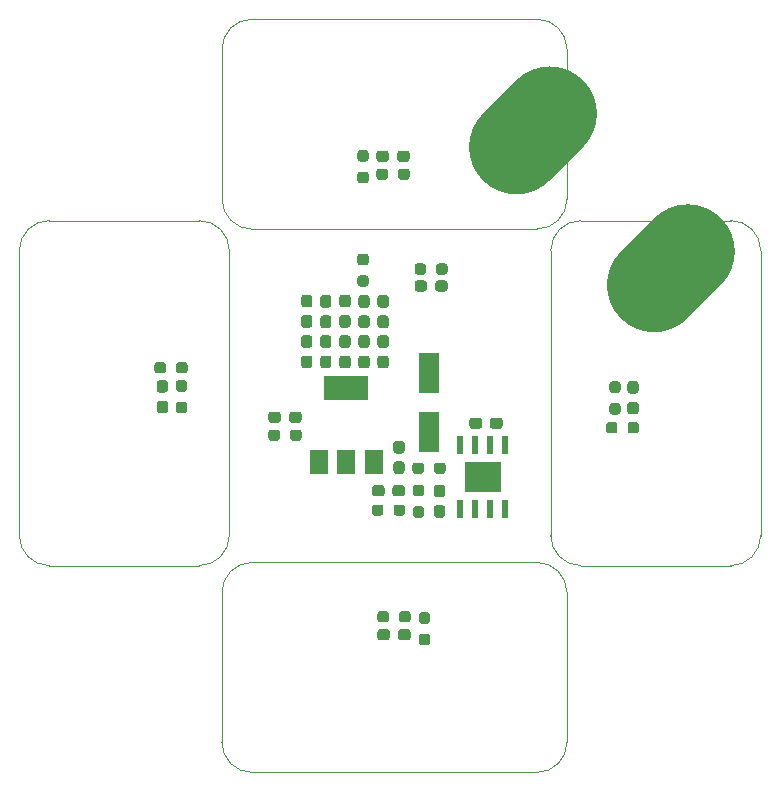
<source format=gbr>
%TF.GenerationSoftware,KiCad,Pcbnew,(5.1.8-0-10_14)*%
%TF.CreationDate,2021-02-18T22:33:31+08:00*%
%TF.ProjectId,batt_board,62617474-5f62-46f6-9172-642e6b696361,v0.2*%
%TF.SameCoordinates,Original*%
%TF.FileFunction,Paste,Top*%
%TF.FilePolarity,Positive*%
%FSLAX46Y46*%
G04 Gerber Fmt 4.6, Leading zero omitted, Abs format (unit mm)*
G04 Created by KiCad (PCBNEW (5.1.8-0-10_14)) date 2021-02-18 22:33:31*
%MOMM*%
%LPD*%
G01*
G04 APERTURE LIST*
%ADD10C,0.120000*%
%ADD11R,1.500000X2.000000*%
%ADD12R,3.800000X2.000000*%
%ADD13R,0.600000X1.550000*%
%ADD14R,3.100000X2.600000*%
%ADD15R,1.800000X3.500000*%
G04 APERTURE END LIST*
D10*
%TO.C,J2*%
X151887200Y-116940800D02*
G75*
G03*
X154427200Y-114400800I0J2540000D01*
G01*
X154427200Y-101700800D02*
G75*
G03*
X151887200Y-99160800I-2540000J0D01*
G01*
X127757200Y-99160800D02*
G75*
G03*
X125217200Y-101700800I0J-2540000D01*
G01*
X125217200Y-114400800D02*
G75*
G03*
X127757200Y-116940800I2540000J0D01*
G01*
X127757200Y-116940800D02*
X151887200Y-116940800D01*
X154427200Y-114400800D02*
X154427200Y-101700800D01*
X151887200Y-99160800D02*
X127757200Y-99160800D01*
X125217200Y-101700800D02*
X125217200Y-114400800D01*
%TO.C,J5*%
X108059200Y-96887200D02*
G75*
G03*
X110599200Y-99427200I2540000J0D01*
G01*
X123299200Y-99427200D02*
G75*
G03*
X125839200Y-96887200I0J2540000D01*
G01*
X125839200Y-72757200D02*
G75*
G03*
X123299200Y-70217200I-2540000J0D01*
G01*
X110599200Y-70217200D02*
G75*
G03*
X108059200Y-72757200I0J-2540000D01*
G01*
X108059200Y-72757200D02*
X108059200Y-96887200D01*
X110599200Y-99427200D02*
X123299200Y-99427200D01*
X125839200Y-96887200D02*
X125839200Y-72757200D01*
X123299200Y-70217200D02*
X110599200Y-70217200D01*
%TO.C,J4*%
X153059200Y-96887200D02*
G75*
G03*
X155599200Y-99427200I2540000J0D01*
G01*
X168299200Y-99427200D02*
G75*
G03*
X170839200Y-96887200I0J2540000D01*
G01*
X170839200Y-72757200D02*
G75*
G03*
X168299200Y-70217200I-2540000J0D01*
G01*
X155599200Y-70217200D02*
G75*
G03*
X153059200Y-72757200I0J-2540000D01*
G01*
X153059200Y-72757200D02*
X153059200Y-96887200D01*
X155599200Y-99427200D02*
X168299200Y-99427200D01*
X170839200Y-96887200D02*
X170839200Y-72757200D01*
X168299200Y-70217200D02*
X155599200Y-70217200D01*
%TO.C,J3*%
X151887200Y-70940800D02*
G75*
G03*
X154427200Y-68400800I0J2540000D01*
G01*
X154427200Y-55700800D02*
G75*
G03*
X151887200Y-53160800I-2540000J0D01*
G01*
X127757200Y-53160800D02*
G75*
G03*
X125217200Y-55700800I0J-2540000D01*
G01*
X125217200Y-68400800D02*
G75*
G03*
X127757200Y-70940800I2540000J0D01*
G01*
X127757200Y-70940800D02*
X151887200Y-70940800D01*
X154427200Y-68400800D02*
X154427200Y-55700800D01*
X151887200Y-53160800D02*
X127757200Y-53160800D01*
X125217200Y-55700800D02*
X125217200Y-68400800D01*
%TD*%
%TO.C,J_Batt*%
G36*
G01*
X158984723Y-72841309D02*
X161813151Y-70012881D01*
G75*
G02*
X167470005Y-70012881I2828427J-2828427D01*
G01*
X167470005Y-70012881D01*
G75*
G02*
X167470005Y-75669735I-2828427J-2828427D01*
G01*
X164641577Y-78498163D01*
G75*
G02*
X158984723Y-78498163I-2828427J2828427D01*
G01*
X158984723Y-78498163D01*
G75*
G02*
X158984723Y-72841309I2828427J2828427D01*
G01*
G37*
G36*
G01*
X147310390Y-61166976D02*
X150138818Y-58338548D01*
G75*
G02*
X155795672Y-58338548I2828427J-2828427D01*
G01*
X155795672Y-58338548D01*
G75*
G02*
X155795672Y-63995402I-2828427J-2828427D01*
G01*
X152967244Y-66823830D01*
G75*
G02*
X147310390Y-66823830I-2828427J2828427D01*
G01*
X147310390Y-66823830D01*
G75*
G02*
X147310390Y-61166976I2828427J2828427D01*
G01*
G37*
%TD*%
D11*
%TO.C,U2*%
X133463000Y-90653000D03*
X138063000Y-90653000D03*
X135763000Y-90653000D03*
D12*
X135763000Y-84353000D03*
%TD*%
D13*
%TO.C,U1*%
X145415000Y-89248000D03*
X146685000Y-89248000D03*
X147955000Y-89248000D03*
X149225000Y-89248000D03*
X149225000Y-94648000D03*
X147955000Y-94648000D03*
X146685000Y-94648000D03*
X145415000Y-94648000D03*
D14*
X147320000Y-91948000D03*
%TD*%
%TO.C,R13*%
G36*
G01*
X137397500Y-75822000D02*
X136922500Y-75822000D01*
G75*
G02*
X136685000Y-75584500I0J237500D01*
G01*
X136685000Y-75084500D01*
G75*
G02*
X136922500Y-74847000I237500J0D01*
G01*
X137397500Y-74847000D01*
G75*
G02*
X137635000Y-75084500I0J-237500D01*
G01*
X137635000Y-75584500D01*
G75*
G02*
X137397500Y-75822000I-237500J0D01*
G01*
G37*
G36*
G01*
X137397500Y-73997000D02*
X136922500Y-73997000D01*
G75*
G02*
X136685000Y-73759500I0J237500D01*
G01*
X136685000Y-73259500D01*
G75*
G02*
X136922500Y-73022000I237500J0D01*
G01*
X137397500Y-73022000D01*
G75*
G02*
X137635000Y-73259500I0J-237500D01*
G01*
X137635000Y-73759500D01*
G75*
G02*
X137397500Y-73997000I-237500J0D01*
G01*
G37*
%TD*%
%TO.C,R12*%
G36*
G01*
X121329000Y-82914500D02*
X121329000Y-82439500D01*
G75*
G02*
X121566500Y-82202000I237500J0D01*
G01*
X122066500Y-82202000D01*
G75*
G02*
X122304000Y-82439500I0J-237500D01*
G01*
X122304000Y-82914500D01*
G75*
G02*
X122066500Y-83152000I-237500J0D01*
G01*
X121566500Y-83152000D01*
G75*
G02*
X121329000Y-82914500I0J237500D01*
G01*
G37*
G36*
G01*
X119504000Y-82914500D02*
X119504000Y-82439500D01*
G75*
G02*
X119741500Y-82202000I237500J0D01*
G01*
X120241500Y-82202000D01*
G75*
G02*
X120479000Y-82439500I0J-237500D01*
G01*
X120479000Y-82914500D01*
G75*
G02*
X120241500Y-83152000I-237500J0D01*
G01*
X119741500Y-83152000D01*
G75*
G02*
X119504000Y-82914500I0J237500D01*
G01*
G37*
%TD*%
%TO.C,R11*%
G36*
G01*
X142604500Y-104350000D02*
X142129500Y-104350000D01*
G75*
G02*
X141892000Y-104112500I0J237500D01*
G01*
X141892000Y-103612500D01*
G75*
G02*
X142129500Y-103375000I237500J0D01*
G01*
X142604500Y-103375000D01*
G75*
G02*
X142842000Y-103612500I0J-237500D01*
G01*
X142842000Y-104112500D01*
G75*
G02*
X142604500Y-104350000I-237500J0D01*
G01*
G37*
G36*
G01*
X142604500Y-106175000D02*
X142129500Y-106175000D01*
G75*
G02*
X141892000Y-105937500I0J237500D01*
G01*
X141892000Y-105437500D01*
G75*
G02*
X142129500Y-105200000I237500J0D01*
G01*
X142604500Y-105200000D01*
G75*
G02*
X142842000Y-105437500I0J-237500D01*
G01*
X142842000Y-105937500D01*
G75*
G02*
X142604500Y-106175000I-237500J0D01*
G01*
G37*
%TD*%
%TO.C,R10*%
G36*
G01*
X158706000Y-87519500D02*
X158706000Y-87994500D01*
G75*
G02*
X158468500Y-88232000I-237500J0D01*
G01*
X157968500Y-88232000D01*
G75*
G02*
X157731000Y-87994500I0J237500D01*
G01*
X157731000Y-87519500D01*
G75*
G02*
X157968500Y-87282000I237500J0D01*
G01*
X158468500Y-87282000D01*
G75*
G02*
X158706000Y-87519500I0J-237500D01*
G01*
G37*
G36*
G01*
X160531000Y-87519500D02*
X160531000Y-87994500D01*
G75*
G02*
X160293500Y-88232000I-237500J0D01*
G01*
X159793500Y-88232000D01*
G75*
G02*
X159556000Y-87994500I0J237500D01*
G01*
X159556000Y-87519500D01*
G75*
G02*
X159793500Y-87282000I237500J0D01*
G01*
X160293500Y-87282000D01*
G75*
G02*
X160531000Y-87519500I0J-237500D01*
G01*
G37*
%TD*%
%TO.C,R9*%
G36*
G01*
X136922500Y-66084000D02*
X137397500Y-66084000D01*
G75*
G02*
X137635000Y-66321500I0J-237500D01*
G01*
X137635000Y-66821500D01*
G75*
G02*
X137397500Y-67059000I-237500J0D01*
G01*
X136922500Y-67059000D01*
G75*
G02*
X136685000Y-66821500I0J237500D01*
G01*
X136685000Y-66321500D01*
G75*
G02*
X136922500Y-66084000I237500J0D01*
G01*
G37*
G36*
G01*
X136922500Y-64259000D02*
X137397500Y-64259000D01*
G75*
G02*
X137635000Y-64496500I0J-237500D01*
G01*
X137635000Y-64996500D01*
G75*
G02*
X137397500Y-65234000I-237500J0D01*
G01*
X136922500Y-65234000D01*
G75*
G02*
X136685000Y-64996500I0J237500D01*
G01*
X136685000Y-64496500D01*
G75*
G02*
X136922500Y-64259000I237500J0D01*
G01*
G37*
%TD*%
%TO.C,R8*%
G36*
G01*
X130131000Y-88154500D02*
X130131000Y-88629500D01*
G75*
G02*
X129893500Y-88867000I-237500J0D01*
G01*
X129393500Y-88867000D01*
G75*
G02*
X129156000Y-88629500I0J237500D01*
G01*
X129156000Y-88154500D01*
G75*
G02*
X129393500Y-87917000I237500J0D01*
G01*
X129893500Y-87917000D01*
G75*
G02*
X130131000Y-88154500I0J-237500D01*
G01*
G37*
G36*
G01*
X131956000Y-88154500D02*
X131956000Y-88629500D01*
G75*
G02*
X131718500Y-88867000I-237500J0D01*
G01*
X131218500Y-88867000D01*
G75*
G02*
X130981000Y-88629500I0J237500D01*
G01*
X130981000Y-88154500D01*
G75*
G02*
X131218500Y-87917000I237500J0D01*
G01*
X131718500Y-87917000D01*
G75*
G02*
X131956000Y-88154500I0J-237500D01*
G01*
G37*
%TD*%
%TO.C,R7*%
G36*
G01*
X138894000Y-94504500D02*
X138894000Y-94979500D01*
G75*
G02*
X138656500Y-95217000I-237500J0D01*
G01*
X138156500Y-95217000D01*
G75*
G02*
X137919000Y-94979500I0J237500D01*
G01*
X137919000Y-94504500D01*
G75*
G02*
X138156500Y-94267000I237500J0D01*
G01*
X138656500Y-94267000D01*
G75*
G02*
X138894000Y-94504500I0J-237500D01*
G01*
G37*
G36*
G01*
X140719000Y-94504500D02*
X140719000Y-94979500D01*
G75*
G02*
X140481500Y-95217000I-237500J0D01*
G01*
X139981500Y-95217000D01*
G75*
G02*
X139744000Y-94979500I0J237500D01*
G01*
X139744000Y-94504500D01*
G75*
G02*
X139981500Y-94267000I237500J0D01*
G01*
X140481500Y-94267000D01*
G75*
G02*
X140719000Y-94504500I0J-237500D01*
G01*
G37*
%TD*%
%TO.C,R6*%
G36*
G01*
X141621500Y-94405000D02*
X142096500Y-94405000D01*
G75*
G02*
X142334000Y-94642500I0J-237500D01*
G01*
X142334000Y-95142500D01*
G75*
G02*
X142096500Y-95380000I-237500J0D01*
G01*
X141621500Y-95380000D01*
G75*
G02*
X141384000Y-95142500I0J237500D01*
G01*
X141384000Y-94642500D01*
G75*
G02*
X141621500Y-94405000I237500J0D01*
G01*
G37*
G36*
G01*
X141621500Y-92580000D02*
X142096500Y-92580000D01*
G75*
G02*
X142334000Y-92817500I0J-237500D01*
G01*
X142334000Y-93317500D01*
G75*
G02*
X142096500Y-93555000I-237500J0D01*
G01*
X141621500Y-93555000D01*
G75*
G02*
X141384000Y-93317500I0J237500D01*
G01*
X141384000Y-92817500D01*
G75*
G02*
X141621500Y-92580000I237500J0D01*
G01*
G37*
%TD*%
%TO.C,R5*%
G36*
G01*
X141523964Y-74560233D02*
X141523964Y-74085233D01*
G75*
G02*
X141761464Y-73847733I237500J0D01*
G01*
X142261464Y-73847733D01*
G75*
G02*
X142498964Y-74085233I0J-237500D01*
G01*
X142498964Y-74560233D01*
G75*
G02*
X142261464Y-74797733I-237500J0D01*
G01*
X141761464Y-74797733D01*
G75*
G02*
X141523964Y-74560233I0J237500D01*
G01*
G37*
G36*
G01*
X143348964Y-74560233D02*
X143348964Y-74085233D01*
G75*
G02*
X143586464Y-73847733I237500J0D01*
G01*
X144086464Y-73847733D01*
G75*
G02*
X144323964Y-74085233I0J-237500D01*
G01*
X144323964Y-74560233D01*
G75*
G02*
X144086464Y-74797733I-237500J0D01*
G01*
X143586464Y-74797733D01*
G75*
G02*
X143348964Y-74560233I0J237500D01*
G01*
G37*
%TD*%
%TO.C,R4*%
G36*
G01*
X122028122Y-84706715D02*
X121553122Y-84706715D01*
G75*
G02*
X121315622Y-84469215I0J237500D01*
G01*
X121315622Y-83969215D01*
G75*
G02*
X121553122Y-83731715I237500J0D01*
G01*
X122028122Y-83731715D01*
G75*
G02*
X122265622Y-83969215I0J-237500D01*
G01*
X122265622Y-84469215D01*
G75*
G02*
X122028122Y-84706715I-237500J0D01*
G01*
G37*
G36*
G01*
X122028122Y-86531715D02*
X121553122Y-86531715D01*
G75*
G02*
X121315622Y-86294215I0J237500D01*
G01*
X121315622Y-85794215D01*
G75*
G02*
X121553122Y-85556715I237500J0D01*
G01*
X122028122Y-85556715D01*
G75*
G02*
X122265622Y-85794215I0J-237500D01*
G01*
X122265622Y-86294215D01*
G75*
G02*
X122028122Y-86531715I-237500J0D01*
G01*
G37*
%TD*%
%TO.C,R3*%
G36*
G01*
X139357000Y-103521500D02*
X139357000Y-103996500D01*
G75*
G02*
X139119500Y-104234000I-237500J0D01*
G01*
X138619500Y-104234000D01*
G75*
G02*
X138382000Y-103996500I0J237500D01*
G01*
X138382000Y-103521500D01*
G75*
G02*
X138619500Y-103284000I237500J0D01*
G01*
X139119500Y-103284000D01*
G75*
G02*
X139357000Y-103521500I0J-237500D01*
G01*
G37*
G36*
G01*
X141182000Y-103521500D02*
X141182000Y-103996500D01*
G75*
G02*
X140944500Y-104234000I-237500J0D01*
G01*
X140444500Y-104234000D01*
G75*
G02*
X140207000Y-103996500I0J237500D01*
G01*
X140207000Y-103521500D01*
G75*
G02*
X140444500Y-103284000I237500J0D01*
G01*
X140944500Y-103284000D01*
G75*
G02*
X141182000Y-103521500I0J-237500D01*
G01*
G37*
%TD*%
%TO.C,R2*%
G36*
G01*
X158258500Y-85668014D02*
X158733500Y-85668014D01*
G75*
G02*
X158971000Y-85905514I0J-237500D01*
G01*
X158971000Y-86405514D01*
G75*
G02*
X158733500Y-86643014I-237500J0D01*
G01*
X158258500Y-86643014D01*
G75*
G02*
X158021000Y-86405514I0J237500D01*
G01*
X158021000Y-85905514D01*
G75*
G02*
X158258500Y-85668014I237500J0D01*
G01*
G37*
G36*
G01*
X158258500Y-83843014D02*
X158733500Y-83843014D01*
G75*
G02*
X158971000Y-84080514I0J-237500D01*
G01*
X158971000Y-84580514D01*
G75*
G02*
X158733500Y-84818014I-237500J0D01*
G01*
X158258500Y-84818014D01*
G75*
G02*
X158021000Y-84580514I0J237500D01*
G01*
X158021000Y-84080514D01*
G75*
G02*
X158258500Y-83843014I237500J0D01*
G01*
G37*
%TD*%
%TO.C,R1*%
G36*
G01*
X140125000Y-66531500D02*
X140125000Y-66056500D01*
G75*
G02*
X140362500Y-65819000I237500J0D01*
G01*
X140862500Y-65819000D01*
G75*
G02*
X141100000Y-66056500I0J-237500D01*
G01*
X141100000Y-66531500D01*
G75*
G02*
X140862500Y-66769000I-237500J0D01*
G01*
X140362500Y-66769000D01*
G75*
G02*
X140125000Y-66531500I0J237500D01*
G01*
G37*
G36*
G01*
X138300000Y-66531500D02*
X138300000Y-66056500D01*
G75*
G02*
X138537500Y-65819000I237500J0D01*
G01*
X139037500Y-65819000D01*
G75*
G02*
X139275000Y-66056500I0J-237500D01*
G01*
X139275000Y-66531500D01*
G75*
G02*
X139037500Y-66769000I-237500J0D01*
G01*
X138537500Y-66769000D01*
G75*
G02*
X138300000Y-66531500I0J237500D01*
G01*
G37*
%TD*%
%TO.C,L1*%
G36*
G01*
X142323000Y-90948500D02*
X142323000Y-91423500D01*
G75*
G02*
X142085500Y-91661000I-237500J0D01*
G01*
X141585500Y-91661000D01*
G75*
G02*
X141348000Y-91423500I0J237500D01*
G01*
X141348000Y-90948500D01*
G75*
G02*
X141585500Y-90711000I237500J0D01*
G01*
X142085500Y-90711000D01*
G75*
G02*
X142323000Y-90948500I0J-237500D01*
G01*
G37*
G36*
G01*
X144148000Y-90948500D02*
X144148000Y-91423500D01*
G75*
G02*
X143910500Y-91661000I-237500J0D01*
G01*
X143410500Y-91661000D01*
G75*
G02*
X143173000Y-91423500I0J237500D01*
G01*
X143173000Y-90948500D01*
G75*
G02*
X143410500Y-90711000I237500J0D01*
G01*
X143910500Y-90711000D01*
G75*
G02*
X144148000Y-90948500I0J-237500D01*
G01*
G37*
%TD*%
%TO.C,D7*%
G36*
G01*
X130206000Y-86630500D02*
X130206000Y-87105500D01*
G75*
G02*
X129968500Y-87343000I-237500J0D01*
G01*
X129393500Y-87343000D01*
G75*
G02*
X129156000Y-87105500I0J237500D01*
G01*
X129156000Y-86630500D01*
G75*
G02*
X129393500Y-86393000I237500J0D01*
G01*
X129968500Y-86393000D01*
G75*
G02*
X130206000Y-86630500I0J-237500D01*
G01*
G37*
G36*
G01*
X131956000Y-86630500D02*
X131956000Y-87105500D01*
G75*
G02*
X131718500Y-87343000I-237500J0D01*
G01*
X131143500Y-87343000D01*
G75*
G02*
X130906000Y-87105500I0J237500D01*
G01*
X130906000Y-86630500D01*
G75*
G02*
X131143500Y-86393000I237500J0D01*
G01*
X131718500Y-86393000D01*
G75*
G02*
X131956000Y-86630500I0J-237500D01*
G01*
G37*
%TD*%
D15*
%TO.C,D6*%
X142748000Y-83098000D03*
X142748000Y-88098000D03*
%TD*%
%TO.C,D5*%
G36*
G01*
X141523964Y-75997074D02*
X141523964Y-75522074D01*
G75*
G02*
X141761464Y-75284574I237500J0D01*
G01*
X142336464Y-75284574D01*
G75*
G02*
X142573964Y-75522074I0J-237500D01*
G01*
X142573964Y-75997074D01*
G75*
G02*
X142336464Y-76234574I-237500J0D01*
G01*
X141761464Y-76234574D01*
G75*
G02*
X141523964Y-75997074I0J237500D01*
G01*
G37*
G36*
G01*
X143273964Y-75997074D02*
X143273964Y-75522074D01*
G75*
G02*
X143511464Y-75284574I237500J0D01*
G01*
X144086464Y-75284574D01*
G75*
G02*
X144323964Y-75522074I0J-237500D01*
G01*
X144323964Y-75997074D01*
G75*
G02*
X144086464Y-76234574I-237500J0D01*
G01*
X143511464Y-76234574D01*
G75*
G02*
X143273964Y-75997074I0J237500D01*
G01*
G37*
%TD*%
%TO.C,D4*%
G36*
G01*
X119936676Y-85481715D02*
X120411676Y-85481715D01*
G75*
G02*
X120649176Y-85719215I0J-237500D01*
G01*
X120649176Y-86294215D01*
G75*
G02*
X120411676Y-86531715I-237500J0D01*
G01*
X119936676Y-86531715D01*
G75*
G02*
X119699176Y-86294215I0J237500D01*
G01*
X119699176Y-85719215D01*
G75*
G02*
X119936676Y-85481715I237500J0D01*
G01*
G37*
G36*
G01*
X119936676Y-83731715D02*
X120411676Y-83731715D01*
G75*
G02*
X120649176Y-83969215I0J-237500D01*
G01*
X120649176Y-84544215D01*
G75*
G02*
X120411676Y-84781715I-237500J0D01*
G01*
X119936676Y-84781715D01*
G75*
G02*
X119699176Y-84544215I0J237500D01*
G01*
X119699176Y-83969215D01*
G75*
G02*
X119936676Y-83731715I237500J0D01*
G01*
G37*
%TD*%
%TO.C,D3*%
G36*
G01*
X140132000Y-105520500D02*
X140132000Y-105045500D01*
G75*
G02*
X140369500Y-104808000I237500J0D01*
G01*
X140944500Y-104808000D01*
G75*
G02*
X141182000Y-105045500I0J-237500D01*
G01*
X141182000Y-105520500D01*
G75*
G02*
X140944500Y-105758000I-237500J0D01*
G01*
X140369500Y-105758000D01*
G75*
G02*
X140132000Y-105520500I0J237500D01*
G01*
G37*
G36*
G01*
X138382000Y-105520500D02*
X138382000Y-105045500D01*
G75*
G02*
X138619500Y-104808000I237500J0D01*
G01*
X139194500Y-104808000D01*
G75*
G02*
X139432000Y-105045500I0J-237500D01*
G01*
X139432000Y-105520500D01*
G75*
G02*
X139194500Y-105758000I-237500J0D01*
G01*
X138619500Y-105758000D01*
G75*
G02*
X138382000Y-105520500I0J237500D01*
G01*
G37*
%TD*%
%TO.C,D2*%
G36*
G01*
X160257500Y-84867000D02*
X159782500Y-84867000D01*
G75*
G02*
X159545000Y-84629500I0J237500D01*
G01*
X159545000Y-84054500D01*
G75*
G02*
X159782500Y-83817000I237500J0D01*
G01*
X160257500Y-83817000D01*
G75*
G02*
X160495000Y-84054500I0J-237500D01*
G01*
X160495000Y-84629500D01*
G75*
G02*
X160257500Y-84867000I-237500J0D01*
G01*
G37*
G36*
G01*
X160257500Y-86617000D02*
X159782500Y-86617000D01*
G75*
G02*
X159545000Y-86379500I0J237500D01*
G01*
X159545000Y-85804500D01*
G75*
G02*
X159782500Y-85567000I237500J0D01*
G01*
X160257500Y-85567000D01*
G75*
G02*
X160495000Y-85804500I0J-237500D01*
G01*
X160495000Y-86379500D01*
G75*
G02*
X160257500Y-86617000I-237500J0D01*
G01*
G37*
%TD*%
%TO.C,D1*%
G36*
G01*
X139350000Y-64532500D02*
X139350000Y-65007500D01*
G75*
G02*
X139112500Y-65245000I-237500J0D01*
G01*
X138537500Y-65245000D01*
G75*
G02*
X138300000Y-65007500I0J237500D01*
G01*
X138300000Y-64532500D01*
G75*
G02*
X138537500Y-64295000I237500J0D01*
G01*
X139112500Y-64295000D01*
G75*
G02*
X139350000Y-64532500I0J-237500D01*
G01*
G37*
G36*
G01*
X141100000Y-64532500D02*
X141100000Y-65007500D01*
G75*
G02*
X140862500Y-65245000I-237500J0D01*
G01*
X140287500Y-65245000D01*
G75*
G02*
X140050000Y-65007500I0J237500D01*
G01*
X140050000Y-64532500D01*
G75*
G02*
X140287500Y-64295000I237500J0D01*
G01*
X140862500Y-64295000D01*
G75*
G02*
X141100000Y-64532500I0J-237500D01*
G01*
G37*
%TD*%
%TO.C,C14*%
G36*
G01*
X137008767Y-76529036D02*
X137483767Y-76529036D01*
G75*
G02*
X137721267Y-76766536I0J-237500D01*
G01*
X137721267Y-77366536D01*
G75*
G02*
X137483767Y-77604036I-237500J0D01*
G01*
X137008767Y-77604036D01*
G75*
G02*
X136771267Y-77366536I0J237500D01*
G01*
X136771267Y-76766536D01*
G75*
G02*
X137008767Y-76529036I237500J0D01*
G01*
G37*
G36*
G01*
X137008767Y-78254036D02*
X137483767Y-78254036D01*
G75*
G02*
X137721267Y-78491536I0J-237500D01*
G01*
X137721267Y-79091536D01*
G75*
G02*
X137483767Y-79329036I-237500J0D01*
G01*
X137008767Y-79329036D01*
G75*
G02*
X136771267Y-79091536I0J237500D01*
G01*
X136771267Y-78491536D01*
G75*
G02*
X137008767Y-78254036I237500J0D01*
G01*
G37*
%TD*%
%TO.C,C13*%
G36*
G01*
X135867321Y-79293511D02*
X135392321Y-79293511D01*
G75*
G02*
X135154821Y-79056011I0J237500D01*
G01*
X135154821Y-78456011D01*
G75*
G02*
X135392321Y-78218511I237500J0D01*
G01*
X135867321Y-78218511D01*
G75*
G02*
X136104821Y-78456011I0J-237500D01*
G01*
X136104821Y-79056011D01*
G75*
G02*
X135867321Y-79293511I-237500J0D01*
G01*
G37*
G36*
G01*
X135867321Y-77568511D02*
X135392321Y-77568511D01*
G75*
G02*
X135154821Y-77331011I0J237500D01*
G01*
X135154821Y-76731011D01*
G75*
G02*
X135392321Y-76493511I237500J0D01*
G01*
X135867321Y-76493511D01*
G75*
G02*
X136104821Y-76731011I0J-237500D01*
G01*
X136104821Y-77331011D01*
G75*
G02*
X135867321Y-77568511I-237500J0D01*
G01*
G37*
%TD*%
%TO.C,C12*%
G36*
G01*
X132159429Y-76493511D02*
X132634429Y-76493511D01*
G75*
G02*
X132871929Y-76731011I0J-237500D01*
G01*
X132871929Y-77331011D01*
G75*
G02*
X132634429Y-77568511I-237500J0D01*
G01*
X132159429Y-77568511D01*
G75*
G02*
X131921929Y-77331011I0J237500D01*
G01*
X131921929Y-76731011D01*
G75*
G02*
X132159429Y-76493511I237500J0D01*
G01*
G37*
G36*
G01*
X132159429Y-78218511D02*
X132634429Y-78218511D01*
G75*
G02*
X132871929Y-78456011I0J-237500D01*
G01*
X132871929Y-79056011D01*
G75*
G02*
X132634429Y-79293511I-237500J0D01*
G01*
X132159429Y-79293511D01*
G75*
G02*
X131921929Y-79056011I0J237500D01*
G01*
X131921929Y-78456011D01*
G75*
G02*
X132159429Y-78218511I237500J0D01*
G01*
G37*
%TD*%
%TO.C,C11*%
G36*
G01*
X134250875Y-79329036D02*
X133775875Y-79329036D01*
G75*
G02*
X133538375Y-79091536I0J237500D01*
G01*
X133538375Y-78491536D01*
G75*
G02*
X133775875Y-78254036I237500J0D01*
G01*
X134250875Y-78254036D01*
G75*
G02*
X134488375Y-78491536I0J-237500D01*
G01*
X134488375Y-79091536D01*
G75*
G02*
X134250875Y-79329036I-237500J0D01*
G01*
G37*
G36*
G01*
X134250875Y-77604036D02*
X133775875Y-77604036D01*
G75*
G02*
X133538375Y-77366536I0J237500D01*
G01*
X133538375Y-76766536D01*
G75*
G02*
X133775875Y-76529036I237500J0D01*
G01*
X134250875Y-76529036D01*
G75*
G02*
X134488375Y-76766536I0J-237500D01*
G01*
X134488375Y-77366536D01*
G75*
G02*
X134250875Y-77604036I-237500J0D01*
G01*
G37*
%TD*%
%TO.C,C10*%
G36*
G01*
X138625213Y-76529036D02*
X139100213Y-76529036D01*
G75*
G02*
X139337713Y-76766536I0J-237500D01*
G01*
X139337713Y-77366536D01*
G75*
G02*
X139100213Y-77604036I-237500J0D01*
G01*
X138625213Y-77604036D01*
G75*
G02*
X138387713Y-77366536I0J237500D01*
G01*
X138387713Y-76766536D01*
G75*
G02*
X138625213Y-76529036I237500J0D01*
G01*
G37*
G36*
G01*
X138625213Y-78254036D02*
X139100213Y-78254036D01*
G75*
G02*
X139337713Y-78491536I0J-237500D01*
G01*
X139337713Y-79091536D01*
G75*
G02*
X139100213Y-79329036I-237500J0D01*
G01*
X138625213Y-79329036D01*
G75*
G02*
X138387713Y-79091536I0J237500D01*
G01*
X138387713Y-78491536D01*
G75*
G02*
X138625213Y-78254036I237500J0D01*
G01*
G37*
%TD*%
%TO.C,C9*%
G36*
G01*
X137483767Y-82721934D02*
X137008767Y-82721934D01*
G75*
G02*
X136771267Y-82484434I0J237500D01*
G01*
X136771267Y-81884434D01*
G75*
G02*
X137008767Y-81646934I237500J0D01*
G01*
X137483767Y-81646934D01*
G75*
G02*
X137721267Y-81884434I0J-237500D01*
G01*
X137721267Y-82484434D01*
G75*
G02*
X137483767Y-82721934I-237500J0D01*
G01*
G37*
G36*
G01*
X137483767Y-80996934D02*
X137008767Y-80996934D01*
G75*
G02*
X136771267Y-80759434I0J237500D01*
G01*
X136771267Y-80159434D01*
G75*
G02*
X137008767Y-79921934I237500J0D01*
G01*
X137483767Y-79921934D01*
G75*
G02*
X137721267Y-80159434I0J-237500D01*
G01*
X137721267Y-80759434D01*
G75*
G02*
X137483767Y-80996934I-237500J0D01*
G01*
G37*
%TD*%
%TO.C,C8*%
G36*
G01*
X135392321Y-79921934D02*
X135867321Y-79921934D01*
G75*
G02*
X136104821Y-80159434I0J-237500D01*
G01*
X136104821Y-80759434D01*
G75*
G02*
X135867321Y-80996934I-237500J0D01*
G01*
X135392321Y-80996934D01*
G75*
G02*
X135154821Y-80759434I0J237500D01*
G01*
X135154821Y-80159434D01*
G75*
G02*
X135392321Y-79921934I237500J0D01*
G01*
G37*
G36*
G01*
X135392321Y-81646934D02*
X135867321Y-81646934D01*
G75*
G02*
X136104821Y-81884434I0J-237500D01*
G01*
X136104821Y-82484434D01*
G75*
G02*
X135867321Y-82721934I-237500J0D01*
G01*
X135392321Y-82721934D01*
G75*
G02*
X135154821Y-82484434I0J237500D01*
G01*
X135154821Y-81884434D01*
G75*
G02*
X135392321Y-81646934I237500J0D01*
G01*
G37*
%TD*%
%TO.C,C7*%
G36*
G01*
X134250875Y-82721934D02*
X133775875Y-82721934D01*
G75*
G02*
X133538375Y-82484434I0J237500D01*
G01*
X133538375Y-81884434D01*
G75*
G02*
X133775875Y-81646934I237500J0D01*
G01*
X134250875Y-81646934D01*
G75*
G02*
X134488375Y-81884434I0J-237500D01*
G01*
X134488375Y-82484434D01*
G75*
G02*
X134250875Y-82721934I-237500J0D01*
G01*
G37*
G36*
G01*
X134250875Y-80996934D02*
X133775875Y-80996934D01*
G75*
G02*
X133538375Y-80759434I0J237500D01*
G01*
X133538375Y-80159434D01*
G75*
G02*
X133775875Y-79921934I237500J0D01*
G01*
X134250875Y-79921934D01*
G75*
G02*
X134488375Y-80159434I0J-237500D01*
G01*
X134488375Y-80759434D01*
G75*
G02*
X134250875Y-80996934I-237500J0D01*
G01*
G37*
%TD*%
%TO.C,C6*%
G36*
G01*
X132159429Y-79921934D02*
X132634429Y-79921934D01*
G75*
G02*
X132871929Y-80159434I0J-237500D01*
G01*
X132871929Y-80759434D01*
G75*
G02*
X132634429Y-80996934I-237500J0D01*
G01*
X132159429Y-80996934D01*
G75*
G02*
X131921929Y-80759434I0J237500D01*
G01*
X131921929Y-80159434D01*
G75*
G02*
X132159429Y-79921934I237500J0D01*
G01*
G37*
G36*
G01*
X132159429Y-81646934D02*
X132634429Y-81646934D01*
G75*
G02*
X132871929Y-81884434I0J-237500D01*
G01*
X132871929Y-82484434D01*
G75*
G02*
X132634429Y-82721934I-237500J0D01*
G01*
X132159429Y-82721934D01*
G75*
G02*
X131921929Y-82484434I0J237500D01*
G01*
X131921929Y-81884434D01*
G75*
G02*
X132159429Y-81646934I237500J0D01*
G01*
G37*
%TD*%
%TO.C,C5*%
G36*
G01*
X139100213Y-82721934D02*
X138625213Y-82721934D01*
G75*
G02*
X138387713Y-82484434I0J237500D01*
G01*
X138387713Y-81884434D01*
G75*
G02*
X138625213Y-81646934I237500J0D01*
G01*
X139100213Y-81646934D01*
G75*
G02*
X139337713Y-81884434I0J-237500D01*
G01*
X139337713Y-82484434D01*
G75*
G02*
X139100213Y-82721934I-237500J0D01*
G01*
G37*
G36*
G01*
X139100213Y-80996934D02*
X138625213Y-80996934D01*
G75*
G02*
X138387713Y-80759434I0J237500D01*
G01*
X138387713Y-80159434D01*
G75*
G02*
X138625213Y-79921934I237500J0D01*
G01*
X139100213Y-79921934D01*
G75*
G02*
X139337713Y-80159434I0J-237500D01*
G01*
X139337713Y-80759434D01*
G75*
G02*
X139100213Y-80996934I-237500J0D01*
G01*
G37*
%TD*%
%TO.C,C4*%
G36*
G01*
X138994000Y-92853500D02*
X138994000Y-93328500D01*
G75*
G02*
X138756500Y-93566000I-237500J0D01*
G01*
X138156500Y-93566000D01*
G75*
G02*
X137919000Y-93328500I0J237500D01*
G01*
X137919000Y-92853500D01*
G75*
G02*
X138156500Y-92616000I237500J0D01*
G01*
X138756500Y-92616000D01*
G75*
G02*
X138994000Y-92853500I0J-237500D01*
G01*
G37*
G36*
G01*
X140719000Y-92853500D02*
X140719000Y-93328500D01*
G75*
G02*
X140481500Y-93566000I-237500J0D01*
G01*
X139881500Y-93566000D01*
G75*
G02*
X139644000Y-93328500I0J237500D01*
G01*
X139644000Y-92853500D01*
G75*
G02*
X139881500Y-92616000I237500J0D01*
G01*
X140481500Y-92616000D01*
G75*
G02*
X140719000Y-92853500I0J-237500D01*
G01*
G37*
%TD*%
%TO.C,C3*%
G36*
G01*
X140445500Y-89945500D02*
X139970500Y-89945500D01*
G75*
G02*
X139733000Y-89708000I0J237500D01*
G01*
X139733000Y-89108000D01*
G75*
G02*
X139970500Y-88870500I237500J0D01*
G01*
X140445500Y-88870500D01*
G75*
G02*
X140683000Y-89108000I0J-237500D01*
G01*
X140683000Y-89708000D01*
G75*
G02*
X140445500Y-89945500I-237500J0D01*
G01*
G37*
G36*
G01*
X140445500Y-91670500D02*
X139970500Y-91670500D01*
G75*
G02*
X139733000Y-91433000I0J237500D01*
G01*
X139733000Y-90833000D01*
G75*
G02*
X139970500Y-90595500I237500J0D01*
G01*
X140445500Y-90595500D01*
G75*
G02*
X140683000Y-90833000I0J-237500D01*
G01*
X140683000Y-91433000D01*
G75*
G02*
X140445500Y-91670500I-237500J0D01*
G01*
G37*
%TD*%
%TO.C,C2*%
G36*
G01*
X143874500Y-93655000D02*
X143399500Y-93655000D01*
G75*
G02*
X143162000Y-93417500I0J237500D01*
G01*
X143162000Y-92817500D01*
G75*
G02*
X143399500Y-92580000I237500J0D01*
G01*
X143874500Y-92580000D01*
G75*
G02*
X144112000Y-92817500I0J-237500D01*
G01*
X144112000Y-93417500D01*
G75*
G02*
X143874500Y-93655000I-237500J0D01*
G01*
G37*
G36*
G01*
X143874500Y-95380000D02*
X143399500Y-95380000D01*
G75*
G02*
X143162000Y-95142500I0J237500D01*
G01*
X143162000Y-94542500D01*
G75*
G02*
X143399500Y-94305000I237500J0D01*
G01*
X143874500Y-94305000D01*
G75*
G02*
X144112000Y-94542500I0J-237500D01*
G01*
X144112000Y-95142500D01*
G75*
G02*
X143874500Y-95380000I-237500J0D01*
G01*
G37*
%TD*%
%TO.C,C1*%
G36*
G01*
X147899000Y-87613500D02*
X147899000Y-87138500D01*
G75*
G02*
X148136500Y-86901000I237500J0D01*
G01*
X148736500Y-86901000D01*
G75*
G02*
X148974000Y-87138500I0J-237500D01*
G01*
X148974000Y-87613500D01*
G75*
G02*
X148736500Y-87851000I-237500J0D01*
G01*
X148136500Y-87851000D01*
G75*
G02*
X147899000Y-87613500I0J237500D01*
G01*
G37*
G36*
G01*
X146174000Y-87613500D02*
X146174000Y-87138500D01*
G75*
G02*
X146411500Y-86901000I237500J0D01*
G01*
X147011500Y-86901000D01*
G75*
G02*
X147249000Y-87138500I0J-237500D01*
G01*
X147249000Y-87613500D01*
G75*
G02*
X147011500Y-87851000I-237500J0D01*
G01*
X146411500Y-87851000D01*
G75*
G02*
X146174000Y-87613500I0J237500D01*
G01*
G37*
%TD*%
M02*

</source>
